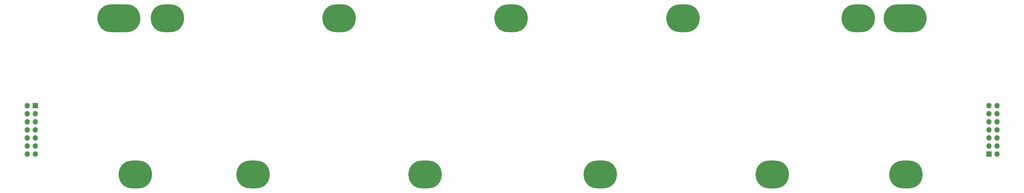
<source format=gbr>
%TF.GenerationSoftware,KiCad,Pcbnew,(5.1.9-0-10_14)*%
%TF.CreationDate,2022-08-21T20:49:42-04:00*%
%TF.ProjectId,47AhFoMoCo,34374168-466f-44d6-9f43-6f2e6b696361,rev?*%
%TF.SameCoordinates,Original*%
%TF.FileFunction,Soldermask,Top*%
%TF.FilePolarity,Negative*%
%FSLAX46Y46*%
G04 Gerber Fmt 4.6, Leading zero omitted, Abs format (unit mm)*
G04 Created by KiCad (PCBNEW (5.1.9-0-10_14)) date 2022-08-21 20:49:42*
%MOMM*%
%LPD*%
G01*
G04 APERTURE LIST*
%ADD10R,1.700000X1.700000*%
%ADD11O,1.700000X1.700000*%
%ADD12O,10.500000X8.750000*%
%ADD13O,13.500000X8.750000*%
G04 APERTURE END LIST*
D10*
%TO.C,J13*%
X343790000Y-124630000D03*
D11*
X346330000Y-124630000D03*
X343790000Y-122090000D03*
X346330000Y-122090000D03*
X343790000Y-119550000D03*
X346330000Y-119550000D03*
X343790000Y-117010000D03*
X346330000Y-117010000D03*
X343790000Y-114470000D03*
X346330000Y-114470000D03*
X343790000Y-111930000D03*
X346330000Y-111930000D03*
X343790000Y-109390000D03*
X346330000Y-109390000D03*
%TD*%
%TO.C,J14*%
X41670000Y-124630000D03*
X44210000Y-124630000D03*
X41670000Y-122090000D03*
X44210000Y-122090000D03*
X41670000Y-119550000D03*
X44210000Y-119550000D03*
X41670000Y-117010000D03*
X44210000Y-117010000D03*
X41670000Y-114470000D03*
X44210000Y-114470000D03*
X41670000Y-111930000D03*
X44210000Y-111930000D03*
X41670000Y-109390000D03*
D10*
X44210000Y-109390000D03*
%TD*%
D12*
%TO.C,J10p1*%
X302700000Y-81900000D03*
%TD*%
%TO.C,J11p1*%
X317700000Y-131100000D03*
%TD*%
D13*
%TO.C,J12p1*%
X317500000Y-81900000D03*
%TD*%
%TO.C,J1n1*%
X70500000Y-81900000D03*
%TD*%
D12*
%TO.C,J1p1*%
X75700000Y-131100000D03*
%TD*%
%TO.C,J2p1*%
X85700000Y-81900000D03*
%TD*%
%TO.C,J3p1*%
X112700000Y-131100000D03*
%TD*%
%TO.C,J4p1*%
X139700000Y-81900000D03*
%TD*%
%TO.C,J5p1*%
X166700000Y-131100000D03*
%TD*%
%TO.C,J6p1*%
X193700000Y-81900000D03*
%TD*%
%TO.C,J7p1*%
X221700000Y-131100000D03*
%TD*%
%TO.C,J8p1*%
X247700000Y-81900000D03*
%TD*%
%TO.C,J9p1*%
X275700000Y-131100000D03*
%TD*%
M02*

</source>
